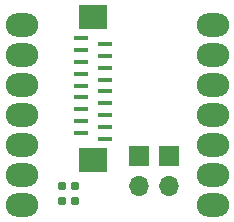
<source format=gbr>
%TF.GenerationSoftware,KiCad,Pcbnew,8.0.8-8.0.8-0~ubuntu24.04.1*%
%TF.CreationDate,2025-03-23T23:28:59+00:00*%
%TF.ProjectId,CONTROLLER_esp32xiao,434f4e54-524f-44c4-9c45-525f65737033,rev?*%
%TF.SameCoordinates,Original*%
%TF.FileFunction,Soldermask,Top*%
%TF.FilePolarity,Negative*%
%FSLAX46Y46*%
G04 Gerber Fmt 4.6, Leading zero omitted, Abs format (unit mm)*
G04 Created by KiCad (PCBNEW 8.0.8-8.0.8-0~ubuntu24.04.1) date 2025-03-23 23:28:59*
%MOMM*%
%LPD*%
G01*
G04 APERTURE LIST*
G04 Aperture macros list*
%AMRoundRect*
0 Rectangle with rounded corners*
0 $1 Rounding radius*
0 $2 $3 $4 $5 $6 $7 $8 $9 X,Y pos of 4 corners*
0 Add a 4 corners polygon primitive as box body*
4,1,4,$2,$3,$4,$5,$6,$7,$8,$9,$2,$3,0*
0 Add four circle primitives for the rounded corners*
1,1,$1+$1,$2,$3*
1,1,$1+$1,$4,$5*
1,1,$1+$1,$6,$7*
1,1,$1+$1,$8,$9*
0 Add four rect primitives between the rounded corners*
20,1,$1+$1,$2,$3,$4,$5,0*
20,1,$1+$1,$4,$5,$6,$7,0*
20,1,$1+$1,$6,$7,$8,$9,0*
20,1,$1+$1,$8,$9,$2,$3,0*%
G04 Aperture macros list end*
%ADD10R,1.700000X1.700000*%
%ADD11O,1.700000X1.700000*%
%ADD12RoundRect,1.000000X0.375000X0.000010X-0.375000X0.000010X-0.375000X-0.000010X0.375000X-0.000010X0*%
%ADD13RoundRect,0.160000X0.160000X-0.197500X0.160000X0.197500X-0.160000X0.197500X-0.160000X-0.197500X0*%
%ADD14R,1.200000X0.400000*%
%ADD15R,2.400000X2.000000*%
G04 APERTURE END LIST*
D10*
%TO.C,J3*%
X61000000Y-87725000D03*
D11*
X61000000Y-90265000D03*
%TD*%
D10*
%TO.C,J1*%
X58460000Y-87725000D03*
D11*
X58460000Y-90265000D03*
%TD*%
D12*
%TO.C,U2*%
X64665000Y-76621750D03*
X64665000Y-79161750D03*
X64665000Y-81701750D03*
X64665000Y-84241750D03*
X64665000Y-86781750D03*
X64665000Y-89321750D03*
X64665000Y-91861750D03*
X48500000Y-91861750D03*
X48500000Y-89321750D03*
X48500000Y-86781750D03*
X48500000Y-84241750D03*
X48500000Y-81701750D03*
X48500000Y-79161750D03*
X48500000Y-76621750D03*
%TD*%
D13*
%TO.C,R1*%
X53000000Y-91497500D03*
X53000000Y-90302500D03*
%TD*%
%TO.C,R2*%
X51900000Y-91497500D03*
X51900000Y-90302500D03*
%TD*%
D14*
%TO.C,FPC1*%
X53500000Y-77760000D03*
X55500000Y-78260000D03*
X53500000Y-78760000D03*
X55500000Y-79260000D03*
X53500000Y-79760000D03*
X55500000Y-80260000D03*
X53500000Y-80760000D03*
X55500000Y-81260000D03*
X53500000Y-81760000D03*
X55500000Y-82260000D03*
X53500000Y-82760000D03*
X55500000Y-83260000D03*
X53500000Y-83760000D03*
X55500000Y-84260000D03*
X53500000Y-84760000D03*
X55500000Y-85260000D03*
X53500000Y-85760000D03*
X55500000Y-86260000D03*
D15*
X54500000Y-88040000D03*
X54500000Y-75960000D03*
%TD*%
M02*

</source>
